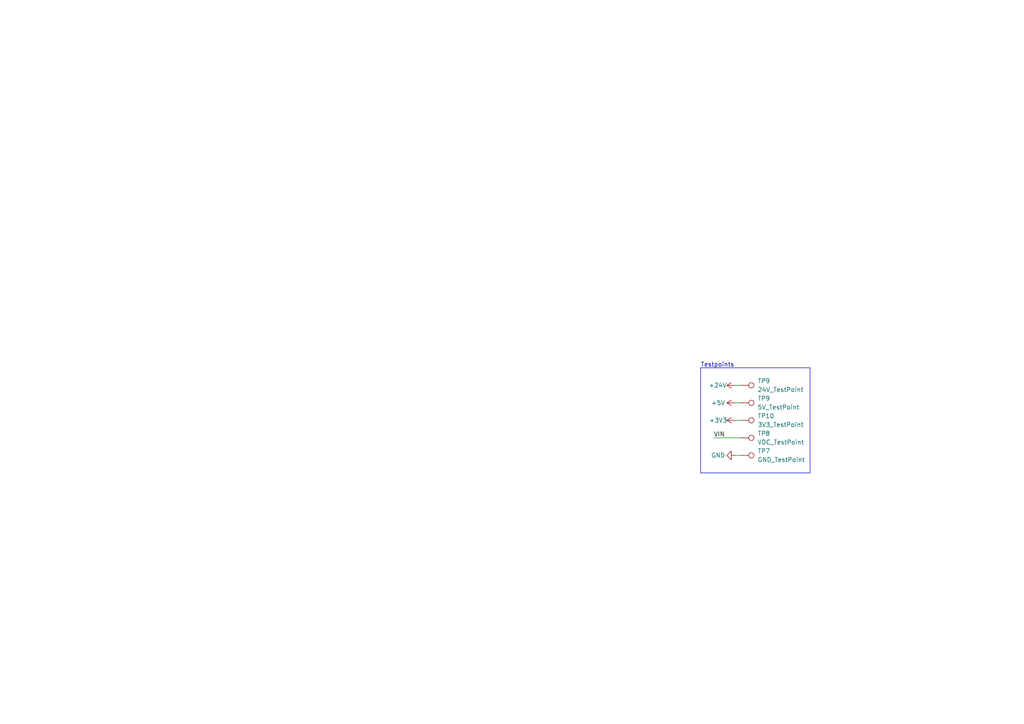
<source format=kicad_sch>
(kicad_sch (version 20230121) (generator eeschema)

  (uuid ff8aad6f-e189-49ec-b4c7-f5006fc7357a)

  (paper "A4")

  (lib_symbols
    (symbol "Connector:TestPoint" (pin_numbers hide) (pin_names (offset 0.762) hide) (in_bom yes) (on_board yes)
      (property "Reference" "TP" (at 0 6.858 0)
        (effects (font (size 1.27 1.27)))
      )
      (property "Value" "TestPoint" (at 0 5.08 0)
        (effects (font (size 1.27 1.27)))
      )
      (property "Footprint" "" (at 5.08 0 0)
        (effects (font (size 1.27 1.27)) hide)
      )
      (property "Datasheet" "~" (at 5.08 0 0)
        (effects (font (size 1.27 1.27)) hide)
      )
      (property "ki_keywords" "test point tp" (at 0 0 0)
        (effects (font (size 1.27 1.27)) hide)
      )
      (property "ki_description" "test point" (at 0 0 0)
        (effects (font (size 1.27 1.27)) hide)
      )
      (property "ki_fp_filters" "Pin* Test*" (at 0 0 0)
        (effects (font (size 1.27 1.27)) hide)
      )
      (symbol "TestPoint_0_1"
        (circle (center 0 3.302) (radius 0.762)
          (stroke (width 0) (type default))
          (fill (type none))
        )
      )
      (symbol "TestPoint_1_1"
        (pin passive line (at 0 0 90) (length 2.54)
          (name "1" (effects (font (size 1.27 1.27))))
          (number "1" (effects (font (size 1.27 1.27))))
        )
      )
    )
    (symbol "power:+24V" (power) (pin_names (offset 0)) (in_bom yes) (on_board yes)
      (property "Reference" "#PWR" (at 0 -3.81 0)
        (effects (font (size 1.27 1.27)) hide)
      )
      (property "Value" "+24V" (at 0 3.556 0)
        (effects (font (size 1.27 1.27)))
      )
      (property "Footprint" "" (at 0 0 0)
        (effects (font (size 1.27 1.27)) hide)
      )
      (property "Datasheet" "" (at 0 0 0)
        (effects (font (size 1.27 1.27)) hide)
      )
      (property "ki_keywords" "global power" (at 0 0 0)
        (effects (font (size 1.27 1.27)) hide)
      )
      (property "ki_description" "Power symbol creates a global label with name \"+24V\"" (at 0 0 0)
        (effects (font (size 1.27 1.27)) hide)
      )
      (symbol "+24V_0_1"
        (polyline
          (pts
            (xy -0.762 1.27)
            (xy 0 2.54)
          )
          (stroke (width 0) (type default))
          (fill (type none))
        )
        (polyline
          (pts
            (xy 0 0)
            (xy 0 2.54)
          )
          (stroke (width 0) (type default))
          (fill (type none))
        )
        (polyline
          (pts
            (xy 0 2.54)
            (xy 0.762 1.27)
          )
          (stroke (width 0) (type default))
          (fill (type none))
        )
      )
      (symbol "+24V_1_1"
        (pin power_in line (at 0 0 90) (length 0) hide
          (name "+24V" (effects (font (size 1.27 1.27))))
          (number "1" (effects (font (size 1.27 1.27))))
        )
      )
    )
    (symbol "power:+3V3" (power) (pin_names (offset 0)) (in_bom yes) (on_board yes)
      (property "Reference" "#PWR" (at 0 -3.81 0)
        (effects (font (size 1.27 1.27)) hide)
      )
      (property "Value" "+3V3" (at 0 3.556 0)
        (effects (font (size 1.27 1.27)))
      )
      (property "Footprint" "" (at 0 0 0)
        (effects (font (size 1.27 1.27)) hide)
      )
      (property "Datasheet" "" (at 0 0 0)
        (effects (font (size 1.27 1.27)) hide)
      )
      (property "ki_keywords" "power-flag" (at 0 0 0)
        (effects (font (size 1.27 1.27)) hide)
      )
      (property "ki_description" "Power symbol creates a global label with name \"+3V3\"" (at 0 0 0)
        (effects (font (size 1.27 1.27)) hide)
      )
      (symbol "+3V3_0_1"
        (polyline
          (pts
            (xy -0.762 1.27)
            (xy 0 2.54)
          )
          (stroke (width 0) (type default))
          (fill (type none))
        )
        (polyline
          (pts
            (xy 0 0)
            (xy 0 2.54)
          )
          (stroke (width 0) (type default))
          (fill (type none))
        )
        (polyline
          (pts
            (xy 0 2.54)
            (xy 0.762 1.27)
          )
          (stroke (width 0) (type default))
          (fill (type none))
        )
      )
      (symbol "+3V3_1_1"
        (pin power_in line (at 0 0 90) (length 0) hide
          (name "+3V3" (effects (font (size 1.27 1.27))))
          (number "1" (effects (font (size 1.27 1.27))))
        )
      )
    )
    (symbol "power:+5V" (power) (pin_names (offset 0)) (in_bom yes) (on_board yes)
      (property "Reference" "#PWR" (at 0 -3.81 0)
        (effects (font (size 1.27 1.27)) hide)
      )
      (property "Value" "+5V" (at 0 3.556 0)
        (effects (font (size 1.27 1.27)))
      )
      (property "Footprint" "" (at 0 0 0)
        (effects (font (size 1.27 1.27)) hide)
      )
      (property "Datasheet" "" (at 0 0 0)
        (effects (font (size 1.27 1.27)) hide)
      )
      (property "ki_keywords" "power-flag" (at 0 0 0)
        (effects (font (size 1.27 1.27)) hide)
      )
      (property "ki_description" "Power symbol creates a global label with name \"+5V\"" (at 0 0 0)
        (effects (font (size 1.27 1.27)) hide)
      )
      (symbol "+5V_0_1"
        (polyline
          (pts
            (xy -0.762 1.27)
            (xy 0 2.54)
          )
          (stroke (width 0) (type default))
          (fill (type none))
        )
        (polyline
          (pts
            (xy 0 0)
            (xy 0 2.54)
          )
          (stroke (width 0) (type default))
          (fill (type none))
        )
        (polyline
          (pts
            (xy 0 2.54)
            (xy 0.762 1.27)
          )
          (stroke (width 0) (type default))
          (fill (type none))
        )
      )
      (symbol "+5V_1_1"
        (pin power_in line (at 0 0 90) (length 0) hide
          (name "+5V" (effects (font (size 1.27 1.27))))
          (number "1" (effects (font (size 1.27 1.27))))
        )
      )
    )
    (symbol "power:GND" (power) (pin_names (offset 0)) (in_bom yes) (on_board yes)
      (property "Reference" "#PWR" (at 0 -6.35 0)
        (effects (font (size 1.27 1.27)) hide)
      )
      (property "Value" "GND" (at 0 -3.81 0)
        (effects (font (size 1.27 1.27)))
      )
      (property "Footprint" "" (at 0 0 0)
        (effects (font (size 1.27 1.27)) hide)
      )
      (property "Datasheet" "" (at 0 0 0)
        (effects (font (size 1.27 1.27)) hide)
      )
      (property "ki_keywords" "global power" (at 0 0 0)
        (effects (font (size 1.27 1.27)) hide)
      )
      (property "ki_description" "Power symbol creates a global label with name \"GND\" , ground" (at 0 0 0)
        (effects (font (size 1.27 1.27)) hide)
      )
      (symbol "GND_0_1"
        (polyline
          (pts
            (xy 0 0)
            (xy 0 -1.27)
            (xy 1.27 -1.27)
            (xy 0 -2.54)
            (xy -1.27 -1.27)
            (xy 0 -1.27)
          )
          (stroke (width 0) (type default))
          (fill (type none))
        )
      )
      (symbol "GND_1_1"
        (pin power_in line (at 0 0 270) (length 0) hide
          (name "GND" (effects (font (size 1.27 1.27))))
          (number "1" (effects (font (size 1.27 1.27))))
        )
      )
    )
  )


  (wire (pts (xy 213.36 132.08) (xy 214.63 132.08))
    (stroke (width 0) (type default))
    (uuid 102d7bb0-6331-40fb-988b-f5963525f6aa)
  )
  (polyline (pts (xy 203.2 106.68) (xy 234.95 106.68))
    (stroke (width 0) (type default))
    (uuid 11b0352c-3980-4279-889d-ee6eef8df4f0)
  )

  (wire (pts (xy 207.01 127) (xy 214.63 127))
    (stroke (width 0) (type default))
    (uuid 44e43783-33f8-478c-8d23-bf29bd7b93b5)
  )
  (wire (pts (xy 213.36 111.76) (xy 214.63 111.76))
    (stroke (width 0) (type default))
    (uuid 50ef2904-2319-40ab-a8f3-413cfd359363)
  )
  (wire (pts (xy 213.36 116.84) (xy 214.63 116.84))
    (stroke (width 0) (type default))
    (uuid 59a1a6cc-414c-425e-8a2d-8dbff6d9c94f)
  )
  (polyline (pts (xy 234.95 137.16) (xy 203.2 137.16))
    (stroke (width 0) (type default))
    (uuid b2b31310-75af-412b-9d46-6f2b57c5fd1a)
  )
  (polyline (pts (xy 203.2 106.68) (xy 203.2 137.16))
    (stroke (width 0) (type default))
    (uuid ca0c860b-d2e1-4ec6-9ed3-36195a722812)
  )
  (polyline (pts (xy 234.95 106.68) (xy 234.95 137.16))
    (stroke (width 0) (type default))
    (uuid db35512e-2926-44ee-aae0-3eac34cb8a0d)
  )

  (wire (pts (xy 213.36 121.92) (xy 214.63 121.92))
    (stroke (width 0) (type default))
    (uuid fdd0acda-ac5b-4419-bba5-d05987818f05)
  )

  (text "Testpoints" (at 203.2 106.68 0)
    (effects (font (size 1.27 1.27)) (justify left bottom))
    (uuid df6d0ac2-f4fe-4ac9-9524-3f92bbb49410)
  )

  (label "VIN" (at 207.01 127 0) (fields_autoplaced)
    (effects (font (size 1.27 1.27)) (justify left bottom))
    (uuid 112ddde4-50f5-429f-88ad-44dc447c95ca)
  )

  (symbol (lib_id "Connector:TestPoint") (at 214.63 127 270) (mirror x) (unit 1)
    (in_bom yes) (on_board yes) (dnp no)
    (uuid 10245938-a495-4cca-8693-a1058a0ac2d5)
    (property "Reference" "TP8" (at 219.71 125.73 90)
      (effects (font (size 1.27 1.27)) (justify left))
    )
    (property "Value" "VDC_TestPoint" (at 219.71 128.27 90)
      (effects (font (size 1.27 1.27)) (justify left))
    )
    (property "Footprint" "TestPoint:TestPoint_Pad_D2.0mm" (at 214.63 121.92 0)
      (effects (font (size 1.27 1.27)) hide)
    )
    (property "Datasheet" "~" (at 214.63 121.92 0)
      (effects (font (size 1.27 1.27)) hide)
    )
    (pin "1" (uuid 4fe8c5e5-6db3-4c03-b712-73f4c2ecbefa))
    (instances
      (project "mobo"
        (path "/7255cbd1-8d38-4545-be9a-7fc5488ef942/00000000-0000-0000-0000-00005eb15d5b"
          (reference "TP8") (unit 1)
        )
      )
      (project "Robotska roka"
        (path "/bdf22c8f-9e15-4108-b2ec-b64a829a0d47/5c3b9d95-af58-4da7-b1de-243806516c9c"
          (reference "TP404") (unit 1)
        )
      )
    )
  )

  (symbol (lib_id "power:+3V3") (at 213.36 121.92 90) (mirror x) (unit 1)
    (in_bom yes) (on_board yes) (dnp no)
    (uuid 62aea22d-1275-4a82-b3ba-23e92423e271)
    (property "Reference" "#PWR0196" (at 217.17 121.92 0)
      (effects (font (size 1.27 1.27)) hide)
    )
    (property "Value" "+3V3" (at 208.28 121.92 90)
      (effects (font (size 1.27 1.27)))
    )
    (property "Footprint" "" (at 213.36 121.92 0)
      (effects (font (size 1.27 1.27)) hide)
    )
    (property "Datasheet" "" (at 213.36 121.92 0)
      (effects (font (size 1.27 1.27)) hide)
    )
    (pin "1" (uuid a6ac75b9-14fd-4205-ba88-080a6eee18e4))
    (instances
      (project "mobo"
        (path "/7255cbd1-8d38-4545-be9a-7fc5488ef942/00000000-0000-0000-0000-00005eb15d5b"
          (reference "#PWR0196") (unit 1)
        )
      )
      (project "Robotska roka"
        (path "/bdf22c8f-9e15-4108-b2ec-b64a829a0d47/5c3b9d95-af58-4da7-b1de-243806516c9c"
          (reference "#PWR0404") (unit 1)
        )
      )
    )
  )

  (symbol (lib_id "Connector:TestPoint") (at 214.63 116.84 270) (mirror x) (unit 1)
    (in_bom yes) (on_board yes) (dnp no)
    (uuid 84fd8ffb-f748-46b4-9069-664ded47f6fe)
    (property "Reference" "TP9" (at 219.71 115.57 90)
      (effects (font (size 1.27 1.27)) (justify left))
    )
    (property "Value" "5V_TestPoint" (at 219.71 118.11 90)
      (effects (font (size 1.27 1.27)) (justify left))
    )
    (property "Footprint" "TestPoint:TestPoint_Pad_D2.0mm" (at 214.63 111.76 0)
      (effects (font (size 1.27 1.27)) hide)
    )
    (property "Datasheet" "~" (at 214.63 111.76 0)
      (effects (font (size 1.27 1.27)) hide)
    )
    (pin "1" (uuid 9209a325-20d2-4acb-9628-b8d13b83f01f))
    (instances
      (project "mobo"
        (path "/7255cbd1-8d38-4545-be9a-7fc5488ef942/00000000-0000-0000-0000-00005eb15d5b"
          (reference "TP9") (unit 1)
        )
      )
      (project "Robotska roka"
        (path "/bdf22c8f-9e15-4108-b2ec-b64a829a0d47/5c3b9d95-af58-4da7-b1de-243806516c9c"
          (reference "TP402") (unit 1)
        )
      )
    )
  )

  (symbol (lib_id "Connector:TestPoint") (at 214.63 132.08 270) (mirror x) (unit 1)
    (in_bom yes) (on_board yes) (dnp no)
    (uuid 900109d3-745d-4b75-9878-e0478470ec92)
    (property "Reference" "TP7" (at 219.71 130.81 90)
      (effects (font (size 1.27 1.27)) (justify left))
    )
    (property "Value" "GND_TestPoint" (at 219.71 133.35 90)
      (effects (font (size 1.27 1.27)) (justify left))
    )
    (property "Footprint" "TestPoint:TestPoint_Pad_D2.0mm" (at 214.63 127 0)
      (effects (font (size 1.27 1.27)) hide)
    )
    (property "Datasheet" "~" (at 214.63 127 0)
      (effects (font (size 1.27 1.27)) hide)
    )
    (pin "1" (uuid 7e98fe44-136a-4eee-bf97-de238f01b38b))
    (instances
      (project "mobo"
        (path "/7255cbd1-8d38-4545-be9a-7fc5488ef942/00000000-0000-0000-0000-00005eb15d5b"
          (reference "TP7") (unit 1)
        )
      )
      (project "Robotska roka"
        (path "/bdf22c8f-9e15-4108-b2ec-b64a829a0d47/5c3b9d95-af58-4da7-b1de-243806516c9c"
          (reference "TP405") (unit 1)
        )
      )
    )
  )

  (symbol (lib_id "power:+5V") (at 213.36 116.84 90) (mirror x) (unit 1)
    (in_bom yes) (on_board yes) (dnp no)
    (uuid b998fd26-1396-4d9a-9d37-fe088a27e959)
    (property "Reference" "#PWR0195" (at 217.17 116.84 0)
      (effects (font (size 1.27 1.27)) hide)
    )
    (property "Value" "+5V" (at 208.28 116.84 90)
      (effects (font (size 1.27 1.27)))
    )
    (property "Footprint" "" (at 213.36 116.84 0)
      (effects (font (size 1.27 1.27)) hide)
    )
    (property "Datasheet" "" (at 213.36 116.84 0)
      (effects (font (size 1.27 1.27)) hide)
    )
    (pin "1" (uuid c4fe95f5-7581-4ead-82e6-54d6fc7c25e8))
    (instances
      (project "mobo"
        (path "/7255cbd1-8d38-4545-be9a-7fc5488ef942/00000000-0000-0000-0000-00005eb15d5b"
          (reference "#PWR0195") (unit 1)
        )
      )
      (project "Robotska roka"
        (path "/bdf22c8f-9e15-4108-b2ec-b64a829a0d47/5c3b9d95-af58-4da7-b1de-243806516c9c"
          (reference "#PWR0402") (unit 1)
        )
      )
    )
  )

  (symbol (lib_id "power:+24V") (at 213.36 111.76 90) (unit 1)
    (in_bom yes) (on_board yes) (dnp no)
    (uuid cfa48665-de72-4f53-b0c8-f58b12c400fd)
    (property "Reference" "#PWR0406" (at 217.17 111.76 0)
      (effects (font (size 1.27 1.27)) hide)
    )
    (property "Value" "+24V" (at 210.82 111.76 90)
      (effects (font (size 1.27 1.27)) (justify left))
    )
    (property "Footprint" "" (at 213.36 111.76 0)
      (effects (font (size 1.27 1.27)) hide)
    )
    (property "Datasheet" "" (at 213.36 111.76 0)
      (effects (font (size 1.27 1.27)) hide)
    )
    (pin "1" (uuid 9b1ba9d3-4fd0-4f65-8e7c-f9bb36de4b0a))
    (instances
      (project "Robotska roka"
        (path "/bdf22c8f-9e15-4108-b2ec-b64a829a0d47/5c3b9d95-af58-4da7-b1de-243806516c9c"
          (reference "#PWR0406") (unit 1)
        )
      )
    )
  )

  (symbol (lib_id "Connector:TestPoint") (at 214.63 121.92 270) (mirror x) (unit 1)
    (in_bom yes) (on_board yes) (dnp no)
    (uuid d89c920a-be38-436a-8050-c3593db0d913)
    (property "Reference" "TP10" (at 219.71 120.65 90)
      (effects (font (size 1.27 1.27)) (justify left))
    )
    (property "Value" "3V3_TestPoint" (at 219.71 123.19 90)
      (effects (font (size 1.27 1.27)) (justify left))
    )
    (property "Footprint" "TestPoint:TestPoint_Pad_D2.0mm" (at 214.63 116.84 0)
      (effects (font (size 1.27 1.27)) hide)
    )
    (property "Datasheet" "~" (at 214.63 116.84 0)
      (effects (font (size 1.27 1.27)) hide)
    )
    (pin "1" (uuid 30b8db14-1fa2-43e2-ab5d-b5271a5350f7))
    (instances
      (project "mobo"
        (path "/7255cbd1-8d38-4545-be9a-7fc5488ef942/00000000-0000-0000-0000-00005eb15d5b"
          (reference "TP10") (unit 1)
        )
      )
      (project "Robotska roka"
        (path "/bdf22c8f-9e15-4108-b2ec-b64a829a0d47/5c3b9d95-af58-4da7-b1de-243806516c9c"
          (reference "TP403") (unit 1)
        )
      )
    )
  )

  (symbol (lib_id "Connector:TestPoint") (at 214.63 111.76 270) (mirror x) (unit 1)
    (in_bom yes) (on_board yes) (dnp no)
    (uuid eaed6f9e-ecb6-4cbd-aaac-b605a9824075)
    (property "Reference" "TP9" (at 219.71 110.49 90)
      (effects (font (size 1.27 1.27)) (justify left))
    )
    (property "Value" "24V_TestPoint" (at 219.71 113.03 90)
      (effects (font (size 1.27 1.27)) (justify left))
    )
    (property "Footprint" "TestPoint:TestPoint_Pad_D2.0mm" (at 214.63 106.68 0)
      (effects (font (size 1.27 1.27)) hide)
    )
    (property "Datasheet" "~" (at 214.63 106.68 0)
      (effects (font (size 1.27 1.27)) hide)
    )
    (pin "1" (uuid 8d3e8abb-4850-42ab-97f4-3ec50662b8d0))
    (instances
      (project "mobo"
        (path "/7255cbd1-8d38-4545-be9a-7fc5488ef942/00000000-0000-0000-0000-00005eb15d5b"
          (reference "TP9") (unit 1)
        )
      )
      (project "Robotska roka"
        (path "/bdf22c8f-9e15-4108-b2ec-b64a829a0d47/5c3b9d95-af58-4da7-b1de-243806516c9c"
          (reference "TP401") (unit 1)
        )
      )
    )
  )

  (symbol (lib_id "power:GND") (at 213.36 132.08 270) (mirror x) (unit 1)
    (in_bom yes) (on_board yes) (dnp no)
    (uuid ffbd096c-087f-47cd-8e68-8b727dd56d1e)
    (property "Reference" "#PWR0198" (at 207.01 132.08 0)
      (effects (font (size 1.27 1.27)) hide)
    )
    (property "Value" "GND" (at 208.28 132.08 90)
      (effects (font (size 1.27 1.27)))
    )
    (property "Footprint" "" (at 213.36 132.08 0)
      (effects (font (size 1.27 1.27)) hide)
    )
    (property "Datasheet" "" (at 213.36 132.08 0)
      (effects (font (size 1.27 1.27)) hide)
    )
    (pin "1" (uuid db394af9-b178-4d72-a552-8d188285c8db))
    (instances
      (project "mobo"
        (path "/7255cbd1-8d38-4545-be9a-7fc5488ef942/00000000-0000-0000-0000-00005eb15d5b"
          (reference "#PWR0198") (unit 1)
        )
      )
      (project "Robotska roka"
        (path "/bdf22c8f-9e15-4108-b2ec-b64a829a0d47/5c3b9d95-af58-4da7-b1de-243806516c9c"
          (reference "#PWR0405") (unit 1)
        )
      )
    )
  )
)

</source>
